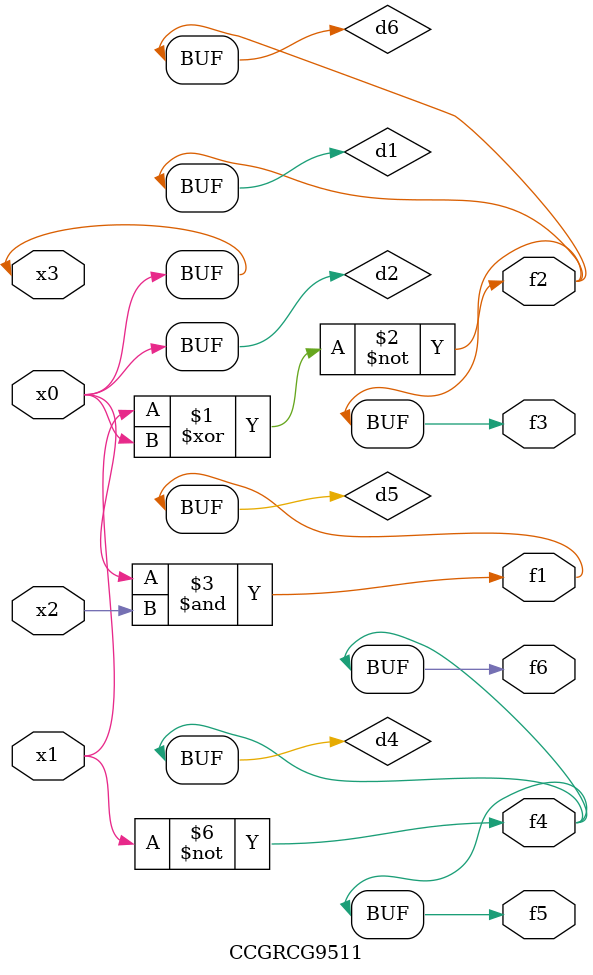
<source format=v>
module CCGRCG9511(
	input x0, x1, x2, x3,
	output f1, f2, f3, f4, f5, f6
);

	wire d1, d2, d3, d4, d5, d6;

	xnor (d1, x1, x3);
	buf (d2, x0, x3);
	nand (d3, x0, x2);
	not (d4, x1);
	nand (d5, d3);
	or (d6, d1);
	assign f1 = d5;
	assign f2 = d6;
	assign f3 = d6;
	assign f4 = d4;
	assign f5 = d4;
	assign f6 = d4;
endmodule

</source>
